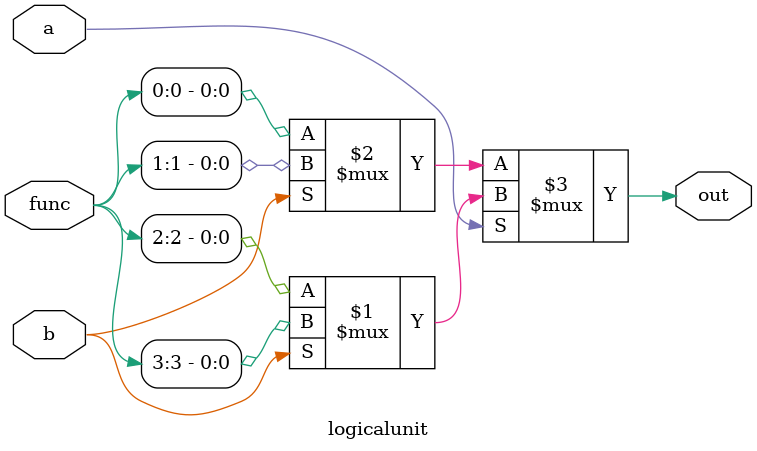
<source format=v>

`timescale 1ns / 100ps

module logicalunit(
    input a,
    input b,
    input [3:0] func,
    output out
    );
    
    wire   out;
         
      //Todo: add you logic here
//if (a=1'b0 && b=1'b0);
//assign out = func[0];
//else if (a=1'b0 && b=1'b1);
//assign out = func[1];
//else if (a=1'b1 && b=1'b0);
//assign out =func[2];
//else if (a=1'b1 && b=1'b1);
//assign out = (a==1'b1 && b==1'b1);

assign out = a ? (b ? func[3] : func[2]) : (b ? func[1] : func[0]);

endmodule

</source>
